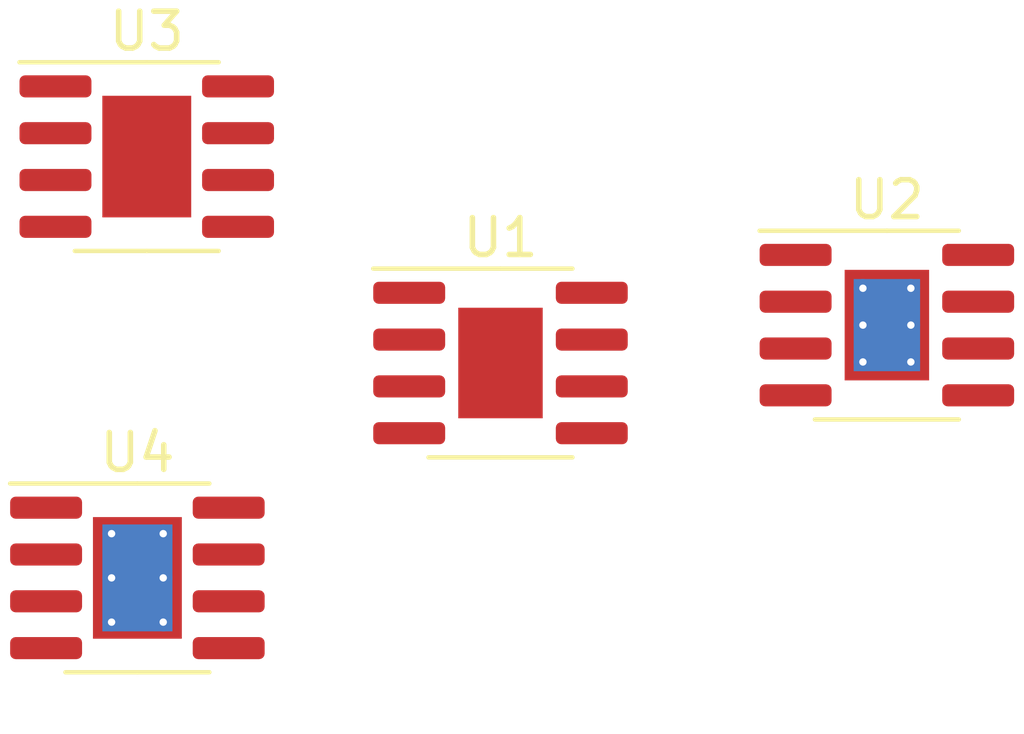
<source format=kicad_pcb>
(kicad_pcb (version 20221018) (generator pcbnew)
  (layers (0 "F.Cu" signal) (31 "B.Cu" signal) (34 "B.Paste" user) (35 "F.Paste" user) (36 "B.SilkS" user "B.Silkscreen") (37 "F.SilkS" user "F.Silkscreen") (38 "B.Mask" user) (39 "F.Mask" user) (44 "Edge.Cuts" user))
  (net 0 "")
  (footprint "0pyzIC_MCU:SOIC-8-1EP_3.9x4.9mm_P1.27mm_EP2.41x3.3mm" (layer "F.Cu") (at 40.386 28.702)
    (fp_text reference "U3" (at 0 -3.4) (layer "F.SilkS"))
    (fp_text value "LM358D")
    (fp_line (start 0 -2.56) (end -3.45 -2.56) (stroke (width 0.12)) (layer "F.SilkS"))
    (fp_line (start 0 -2.56) (end 1.95 -2.56) (stroke (width 0.12)) (layer "F.SilkS"))
    (fp_line (start 0 2.56) (end -1.95 2.56) (stroke (width 0.12)) (layer "F.SilkS"))
    (fp_line (start 0 2.56) (end 1.95 2.56) (stroke (width 0.12)) (layer "F.SilkS"))
    (pad "1" smd roundrect (at -2.475 -1.905) (size 1.95 0.6) (layers "F.Cu" "F.Paste" "F.Mask"))
    (pad "2" smd roundrect (at -2.475 -0.635) (size 1.95 0.6) (layers "F.Cu" "F.Paste" "F.Mask"))
    (pad "3" smd roundrect (at -2.475 0.635) (size 1.95 0.6) (layers "F.Cu" "F.Paste" "F.Mask"))
    (pad "4" smd roundrect (at -2.475 1.905) (size 1.95 0.6) (layers "F.Cu" "F.Paste" "F.Mask"))
    (pad "5" smd roundrect (at 2.475 1.905) (size 1.95 0.6) (layers "F.Cu" "F.Paste" "F.Mask"))
    (pad "6" smd roundrect (at 2.475 0.635) (size 1.95 0.6) (layers "F.Cu" "F.Paste" "F.Mask"))
    (pad "7" smd roundrect (at 2.475 -0.635) (size 1.95 0.6) (layers "F.Cu" "F.Paste" "F.Mask"))
    (pad "8" smd roundrect (at 2.475 -1.905) (size 1.95 0.6) (layers "F.Cu" "F.Paste" "F.Mask"))
    (pad "9" smd rect (at 0 0) (size 2.41 3.3) (layers "F.Cu" "F.Mask"))
  )
  (footprint "0pyzIC_MCU:SOIC-8-1EP_3.9x4.9mm_P1.27mm_EP2.41x3.3mm_ThermalVias" (layer "F.Cu") (at 40.132 40.132)
    (fp_text reference "U4" (at 0 -3.4) (layer "F.SilkS"))
    (fp_text value "LM358D")
    (fp_line (start 0 -2.56) (end -3.45 -2.56) (stroke (width 0.12)) (layer "F.SilkS"))
    (fp_line (start 0 -2.56) (end 1.95 -2.56) (stroke (width 0.12)) (layer "F.SilkS"))
    (fp_line (start 0 2.56) (end -1.95 2.56) (stroke (width 0.12)) (layer "F.SilkS"))
    (fp_line (start 0 2.56) (end 1.95 2.56) (stroke (width 0.12)) (layer "F.SilkS"))
    (pad "1" smd roundrect (at -2.475 -1.905) (size 1.95 0.6) (layers "F.Cu" "F.Paste" "F.Mask"))
    (pad "2" smd roundrect (at -2.475 -0.635) (size 1.95 0.6) (layers "F.Cu" "F.Paste" "F.Mask"))
    (pad "3" smd roundrect (at -2.475 0.635) (size 1.95 0.6) (layers "F.Cu" "F.Paste" "F.Mask"))
    (pad "4" smd roundrect (at -2.475 1.905) (size 1.95 0.6) (layers "F.Cu" "F.Paste" "F.Mask"))
    (pad "5" smd roundrect (at 2.475 1.905) (size 1.95 0.6) (layers "F.Cu" "F.Paste" "F.Mask"))
    (pad "6" smd roundrect (at 2.475 0.635) (size 1.95 0.6) (layers "F.Cu" "F.Paste" "F.Mask"))
    (pad "7" smd roundrect (at 2.475 -0.635) (size 1.95 0.6) (layers "F.Cu" "F.Paste" "F.Mask"))
    (pad "8" smd roundrect (at 2.475 -1.905) (size 1.95 0.6) (layers "F.Cu" "F.Paste" "F.Mask"))
    (pad "9" thru_hole circle (at -0.7 -1.2) (size 0.5 0.5) (drill 0.2) (layers "*.Cu"))
    (pad "9" thru_hole circle (at -0.7 0) (size 0.5 0.5) (drill 0.2) (layers "*.Cu"))
    (pad "9" thru_hole circle (at -0.7 1.2) (size 0.5 0.5) (drill 0.2) (layers "*.Cu"))
    (pad "9" smd rect (at 0 0) (size 1.9 2.9) (layers "B.Cu"))
    (pad "9" smd rect (at 0 0) (size 2.41 3.3) (layers "F.Cu" "F.Mask"))
    (pad "9" thru_hole circle (at 0.7 -1.2) (size 0.5 0.5) (drill 0.2) (layers "*.Cu"))
    (pad "9" thru_hole circle (at 0.7 0) (size 0.5 0.5) (drill 0.2) (layers "*.Cu"))
    (pad "9" thru_hole circle (at 0.7 1.2) (size 0.5 0.5) (drill 0.2) (layers "*.Cu"))
  )
  (footprint "0pyzIC_MCU:SOIC-8-1EP_3.9x4.9mm_P1.27mm_EP2.29x3mm_ThermalVias" (layer "F.Cu") (at 60.452 33.274)
    (fp_text reference "U2" (at 0 -3.4) (layer "F.SilkS"))
    (fp_text value "LM358D")
    (fp_line (start 0 -2.56) (end -3.45 -2.56) (stroke (width 0.12)) (layer "F.SilkS"))
    (fp_line (start 0 -2.56) (end 1.95 -2.56) (stroke (width 0.12)) (layer "F.SilkS"))
    (fp_line (start 0 2.56) (end -1.95 2.56) (stroke (width 0.12)) (layer "F.SilkS"))
    (fp_line (start 0 2.56) (end 1.95 2.56) (stroke (width 0.12)) (layer "F.SilkS"))
    (pad "1" smd roundrect (at -2.475 -1.905) (size 1.95 0.6) (layers "F.Cu" "F.Paste" "F.Mask"))
    (pad "2" smd roundrect (at -2.475 -0.635) (size 1.95 0.6) (layers "F.Cu" "F.Paste" "F.Mask"))
    (pad "3" smd roundrect (at -2.475 0.635) (size 1.95 0.6) (layers "F.Cu" "F.Paste" "F.Mask"))
    (pad "4" smd roundrect (at -2.475 1.905) (size 1.95 0.6) (layers "F.Cu" "F.Paste" "F.Mask"))
    (pad "5" smd roundrect (at 2.475 1.905) (size 1.95 0.6) (layers "F.Cu" "F.Paste" "F.Mask"))
    (pad "6" smd roundrect (at 2.475 0.635) (size 1.95 0.6) (layers "F.Cu" "F.Paste" "F.Mask"))
    (pad "7" smd roundrect (at 2.475 -0.635) (size 1.95 0.6) (layers "F.Cu" "F.Paste" "F.Mask"))
    (pad "8" smd roundrect (at 2.475 -1.905) (size 1.95 0.6) (layers "F.Cu" "F.Paste" "F.Mask"))
    (pad "9" thru_hole circle (at -0.65 -1) (size 0.5 0.5) (drill 0.2) (layers "*.Cu"))
    (pad "9" thru_hole circle (at -0.65 0) (size 0.5 0.5) (drill 0.2) (layers "*.Cu"))
    (pad "9" thru_hole circle (at -0.65 1) (size 0.5 0.5) (drill 0.2) (layers "*.Cu"))
    (pad "9" smd rect (at 0 0) (size 1.8 2.5) (layers "B.Cu"))
    (pad "9" smd rect (at 0 0) (size 2.29 3) (layers "F.Cu" "F.Mask"))
    (pad "9" thru_hole circle (at 0.65 -1) (size 0.5 0.5) (drill 0.2) (layers "*.Cu"))
    (pad "9" thru_hole circle (at 0.65 0) (size 0.5 0.5) (drill 0.2) (layers "*.Cu"))
    (pad "9" thru_hole circle (at 0.65 1) (size 0.5 0.5) (drill 0.2) (layers "*.Cu"))
  )
  (footprint "0pyzIC_MCU:SOIC-8-1EP_3.9x4.9mm_P1.27mm_EP2.29x3mm" (layer "F.Cu") (at 49.976 34.302)
    (fp_text reference "U1" (at 0 -3.4) (layer "F.SilkS"))
    (fp_text value "LM358D")
    (fp_line (start 0 -2.56) (end -3.45 -2.56) (stroke (width 0.12)) (layer "F.SilkS"))
    (fp_line (start 0 -2.56) (end 1.95 -2.56) (stroke (width 0.12)) (layer "F.SilkS"))
    (fp_line (start 0 2.56) (end -1.95 2.56) (stroke (width 0.12)) (layer "F.SilkS"))
    (fp_line (start 0 2.56) (end 1.95 2.56) (stroke (width 0.12)) (layer "F.SilkS"))
    (pad "1" smd roundrect (at -2.475 -1.905) (size 1.95 0.6) (layers "F.Cu" "F.Paste" "F.Mask"))
    (pad "2" smd roundrect (at -2.475 -0.635) (size 1.95 0.6) (layers "F.Cu" "F.Paste" "F.Mask"))
    (pad "3" smd roundrect (at -2.475 0.635) (size 1.95 0.6) (layers "F.Cu" "F.Paste" "F.Mask"))
    (pad "4" smd roundrect (at -2.475 1.905) (size 1.95 0.6) (layers "F.Cu" "F.Paste" "F.Mask"))
    (pad "5" smd roundrect (at 2.475 1.905) (size 1.95 0.6) (layers "F.Cu" "F.Paste" "F.Mask"))
    (pad "6" smd roundrect (at 2.475 0.635) (size 1.95 0.6) (layers "F.Cu" "F.Paste" "F.Mask"))
    (pad "7" smd roundrect (at 2.475 -0.635) (size 1.95 0.6) (layers "F.Cu" "F.Paste" "F.Mask"))
    (pad "8" smd roundrect (at 2.475 -1.905) (size 1.95 0.6) (layers "F.Cu" "F.Paste" "F.Mask"))
    (pad "9" smd rect (at 0 0) (size 2.29 3) (layers "F.Cu" "F.Mask"))
  )
)
</source>
